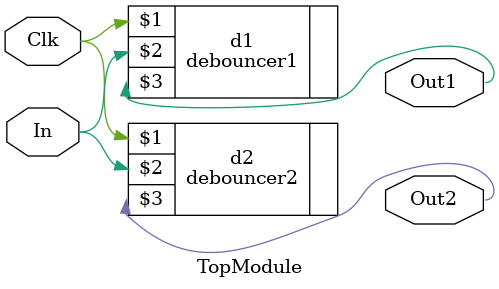
<source format=v>
module TopModule(Clk,In,Out1,Out2);
	input Clk, In;
	output Out1, Out2;

	debouncer1 d1(Clk,In,Out1); 
	debouncer2 d2(Clk,In,Out2); 
	
endmodule

</source>
